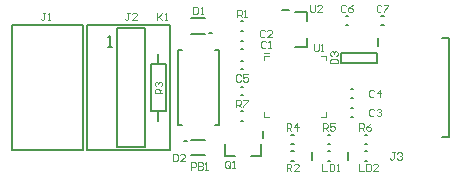
<source format=gto>
G04*
G04 #@! TF.GenerationSoftware,Altium Limited,Altium Designer,24.1.2 (44)*
G04*
G04 Layer_Color=15132400*
%FSLAX25Y25*%
%MOIN*%
G70*
G04*
G04 #@! TF.SameCoordinates,0CAF7D85-E977-4B9D-9D86-D71ED8E1370B*
G04*
G04*
G04 #@! TF.FilePolarity,Positive*
G04*
G01*
G75*
%ADD10C,0.00394*%
%ADD11C,0.00787*%
%ADD12C,0.00591*%
%ADD13C,0.00472*%
D10*
X86221Y40945D02*
X87795D01*
X105118Y40157D02*
X106693D01*
Y38583D02*
Y40157D01*
Y19685D02*
Y21260D01*
X105118Y19685D02*
X106693D01*
X86221D02*
X87795D01*
X86221D02*
Y21260D01*
Y38583D02*
Y40157D01*
X87795D01*
D11*
X119685Y10630D02*
X120473D01*
X119685Y13780D02*
X120473D01*
X107481Y10630D02*
X108268D01*
X107481Y13780D02*
X108268D01*
X95276Y10630D02*
X96063D01*
X95276Y13780D02*
X96063D01*
X95276Y5118D02*
X96063D01*
X95276Y8268D02*
X96063D01*
X78347Y48425D02*
X79134D01*
X78347Y51575D02*
X79134D01*
X113386Y53445D02*
X114173D01*
X113386Y50493D02*
X114173D01*
X78347Y29823D02*
X79134D01*
X78347Y26870D02*
X79134D01*
X78347Y45178D02*
X79134D01*
X78347Y42225D02*
X79134D01*
X78347Y38485D02*
X79134D01*
X78347Y35532D02*
X79134D01*
X25787Y8740D02*
Y50315D01*
X2165Y8740D02*
Y50315D01*
X25787D01*
X2165Y8740D02*
X25787D01*
X46457Y9843D02*
Y49213D01*
X37008Y9843D02*
Y49213D01*
Y9843D02*
X46457D01*
X37008Y49213D02*
X46457D01*
X54724Y8661D02*
Y50394D01*
X27165D02*
X54724D01*
X27165Y8661D02*
X54724D01*
X27165D02*
Y50394D01*
X48425Y21654D02*
X53465D01*
X48425D02*
Y37402D01*
X53465Y21654D02*
Y37402D01*
X48425D02*
X53465D01*
X114961Y22736D02*
X115748D01*
X114961Y19783D02*
X115748D01*
X114961Y29035D02*
X115748D01*
X114961Y26082D02*
X115748D01*
X85630Y12598D02*
Y14961D01*
X85039Y6693D02*
Y10630D01*
X81890Y6693D02*
X85039D01*
X73228D02*
Y10630D01*
Y6693D02*
X76378D01*
X67913Y47835D02*
X68898D01*
X61811Y52558D02*
X66535D01*
X61811Y47440D02*
X66535D01*
X69685Y41929D02*
X71063D01*
Y17126D02*
Y41929D01*
X69685Y17126D02*
X71063D01*
X57284Y41929D02*
X58661D01*
X57284Y17126D02*
X58661D01*
X57284D02*
Y41929D01*
X78346Y21653D02*
X79134D01*
X78346Y18504D02*
X79134D01*
X107481Y8268D02*
X108268D01*
X107481Y5118D02*
X108268D01*
X101969Y5512D02*
Y7874D01*
X100394Y51575D02*
Y54724D01*
X96457D02*
X100394D01*
Y42913D02*
Y46063D01*
X96457Y42913D02*
X100394D01*
X92126Y55315D02*
X94488D01*
X119685Y8268D02*
X120473D01*
X119685Y5118D02*
X120473D01*
X114173Y5512D02*
Y7874D01*
X124213Y43504D02*
Y45866D01*
X123622Y37598D02*
Y41142D01*
X111811Y37598D02*
X123622D01*
X111811Y41142D02*
X123622D01*
X111811Y37598D02*
Y41142D01*
X125197Y53445D02*
X125984D01*
X125197Y50492D02*
X125984D01*
X61811Y12009D02*
X66535D01*
X59449Y11614D02*
X60433D01*
X61811Y6890D02*
X66535D01*
X147638Y12992D02*
Y29528D01*
X145473Y46063D02*
X147638D01*
Y29528D02*
Y46063D01*
X145473Y12992D02*
X147638D01*
X50945Y21654D02*
X50945Y18504D01*
X71063Y17717D02*
Y41339D01*
X50945Y40551D02*
X50945Y37402D01*
D12*
X34055Y42914D02*
X35367D01*
X34711D01*
Y46850D01*
X34055Y46194D01*
D13*
X105591Y4015D02*
Y1654D01*
X107165D01*
X107952Y4015D02*
Y1654D01*
X109133D01*
X109526Y2047D01*
Y3621D01*
X109133Y4015D01*
X107952D01*
X110313Y1654D02*
X111101D01*
X110707D01*
Y4015D01*
X110313Y3621D01*
X117795Y4015D02*
Y1654D01*
X119370D01*
X120157Y4015D02*
Y1654D01*
X121337D01*
X121731Y2047D01*
Y3621D01*
X121337Y4015D01*
X120157D01*
X124092Y1654D02*
X122518D01*
X124092Y3228D01*
Y3621D01*
X123699Y4015D01*
X122912D01*
X122518Y3621D01*
X102756Y44094D02*
Y42126D01*
X103150Y41733D01*
X103937D01*
X104331Y42126D01*
Y44094D01*
X105118Y41733D02*
X105905D01*
X105511D01*
Y44094D01*
X105118Y43701D01*
X125197Y56693D02*
X124803Y57086D01*
X124016D01*
X123623Y56693D01*
Y55118D01*
X124016Y54725D01*
X124803D01*
X125197Y55118D01*
X125984Y57086D02*
X127558D01*
Y56693D01*
X125984Y55118D01*
Y54725D01*
X113386Y56693D02*
X112992Y57086D01*
X112205D01*
X111812Y56693D01*
Y55118D01*
X112205Y54725D01*
X112992D01*
X113386Y55118D01*
X115747Y57086D02*
X114960Y56693D01*
X114173Y55905D01*
Y55118D01*
X114567Y54725D01*
X115354D01*
X115747Y55118D01*
Y55512D01*
X115354Y55905D01*
X114173D01*
X78347Y33464D02*
X77953Y33858D01*
X77166D01*
X76772Y33464D01*
Y31890D01*
X77166Y31496D01*
X77953D01*
X78347Y31890D01*
X80708Y33858D02*
X79134D01*
Y32677D01*
X79921Y33071D01*
X80314D01*
X80708Y32677D01*
Y31890D01*
X80314Y31496D01*
X79527D01*
X79134Y31890D01*
X108268Y37599D02*
X110629D01*
Y38780D01*
X110236Y39173D01*
X108662D01*
X108268Y38780D01*
Y37599D01*
X108662Y39961D02*
X108268Y40354D01*
Y41141D01*
X108662Y41535D01*
X109055D01*
X109449Y41141D01*
Y40748D01*
Y41141D01*
X109842Y41535D01*
X110236D01*
X110629Y41141D01*
Y40354D01*
X110236Y39961D01*
X41339Y54331D02*
X40552D01*
X40945D01*
Y52363D01*
X40552Y51969D01*
X40158D01*
X39764Y52363D01*
X43700Y51969D02*
X42126D01*
X43700Y53544D01*
Y53937D01*
X43307Y54331D01*
X42519D01*
X42126Y53937D01*
X76772Y23032D02*
Y25393D01*
X77953D01*
X78347Y25000D01*
Y24213D01*
X77953Y23819D01*
X76772D01*
X77560D02*
X78347Y23032D01*
X79134Y25393D02*
X80708D01*
Y25000D01*
X79134Y23426D01*
Y23032D01*
X52126Y27560D02*
X49764D01*
Y28740D01*
X50158Y29134D01*
X50945D01*
X51338Y28740D01*
Y27560D01*
Y28347D02*
X52126Y29134D01*
X50158Y29921D02*
X49764Y30315D01*
Y31102D01*
X50158Y31495D01*
X50551D01*
X50945Y31102D01*
Y30708D01*
Y31102D01*
X51338Y31495D01*
X51732D01*
X52126Y31102D01*
Y30315D01*
X51732Y29921D01*
X93701Y15158D02*
Y17519D01*
X94882D01*
X95276Y17126D01*
Y16339D01*
X94882Y15945D01*
X93701D01*
X94489D02*
X95276Y15158D01*
X97244D02*
Y17519D01*
X96063Y16339D01*
X97637D01*
X93701Y1772D02*
Y4134D01*
X94882D01*
X95276Y3740D01*
Y2953D01*
X94882Y2559D01*
X93701D01*
X94489D02*
X95276Y1772D01*
X97637D02*
X96063D01*
X97637Y3346D01*
Y3740D01*
X97244Y4134D01*
X96456D01*
X96063Y3740D01*
X117914Y15158D02*
Y17519D01*
X119095D01*
X119488Y17126D01*
Y16339D01*
X119095Y15945D01*
X117914D01*
X118701D02*
X119488Y15158D01*
X121850Y17519D02*
X121063Y17126D01*
X120275Y16339D01*
Y15551D01*
X120669Y15158D01*
X121456D01*
X121850Y15551D01*
Y15945D01*
X121456Y16339D01*
X120275D01*
X55709Y7283D02*
Y4922D01*
X56890D01*
X57284Y5315D01*
Y6889D01*
X56890Y7283D01*
X55709D01*
X59645Y4922D02*
X58071D01*
X59645Y6496D01*
Y6889D01*
X59251Y7283D01*
X58464D01*
X58071Y6889D01*
X62599Y56496D02*
Y54134D01*
X63780D01*
X64173Y54528D01*
Y56102D01*
X63780Y56496D01*
X62599D01*
X64960Y54134D02*
X65747D01*
X65354D01*
Y56496D01*
X64960Y56102D01*
X61812Y2166D02*
Y4527D01*
X62993D01*
X63386Y4134D01*
Y3347D01*
X62993Y2953D01*
X61812D01*
X64173Y4527D02*
Y2166D01*
X65354D01*
X65748Y2559D01*
Y2953D01*
X65354Y3347D01*
X64173D01*
X65354D01*
X65748Y3740D01*
Y4134D01*
X65354Y4527D01*
X64173D01*
X66535Y2166D02*
X67322D01*
X66928D01*
Y4527D01*
X66535Y4134D01*
X86417Y48228D02*
X86024Y48622D01*
X85237D01*
X84843Y48228D01*
Y46654D01*
X85237Y46260D01*
X86024D01*
X86417Y46654D01*
X88779Y46260D02*
X87205D01*
X88779Y47835D01*
Y48228D01*
X88385Y48622D01*
X87598D01*
X87205Y48228D01*
X129725Y7874D02*
X128937D01*
X129331D01*
Y5906D01*
X128937Y5512D01*
X128544D01*
X128150Y5906D01*
X130512Y7480D02*
X130905Y7874D01*
X131692D01*
X132086Y7480D01*
Y7086D01*
X131692Y6693D01*
X131299D01*
X131692D01*
X132086Y6299D01*
Y5906D01*
X131692Y5512D01*
X130905D01*
X130512Y5906D01*
X101576Y57086D02*
Y55118D01*
X101969Y54725D01*
X102756D01*
X103150Y55118D01*
Y57086D01*
X105511Y54725D02*
X103937D01*
X105511Y56299D01*
Y56693D01*
X105118Y57086D01*
X104331D01*
X103937Y56693D01*
X105709Y15158D02*
Y17519D01*
X106890D01*
X107284Y17126D01*
Y16339D01*
X106890Y15945D01*
X105709D01*
X106497D02*
X107284Y15158D01*
X109645Y17519D02*
X108071D01*
Y16339D01*
X108858Y16732D01*
X109251D01*
X109645Y16339D01*
Y15551D01*
X109251Y15158D01*
X108464D01*
X108071Y15551D01*
X77166Y52953D02*
Y55315D01*
X78347D01*
X78740Y54921D01*
Y54134D01*
X78347Y53740D01*
X77166D01*
X77953D02*
X78740Y52953D01*
X79527D02*
X80314D01*
X79921D01*
Y55315D01*
X79527Y54921D01*
X74803Y3150D02*
Y4724D01*
X74410Y5118D01*
X73622D01*
X73229Y4724D01*
Y3150D01*
X73622Y2756D01*
X74410D01*
X74016Y3543D02*
X74803Y2756D01*
X74410D02*
X74803Y3150D01*
X75590Y2756D02*
X76377D01*
X75984D01*
Y5118D01*
X75590Y4724D01*
X50591Y54330D02*
Y51969D01*
Y52756D01*
X52165Y54330D01*
X50985Y53150D01*
X52165Y51969D01*
X52952D02*
X53740D01*
X53346D01*
Y54330D01*
X52952Y53937D01*
X13189Y54330D02*
X12402D01*
X12795D01*
Y52363D01*
X12402Y51969D01*
X12008D01*
X11615Y52363D01*
X13976Y51969D02*
X14763D01*
X14370D01*
Y54330D01*
X13976Y53937D01*
X122835Y28346D02*
X122441Y28740D01*
X121654D01*
X121260Y28346D01*
Y26772D01*
X121654Y26378D01*
X122441D01*
X122835Y26772D01*
X124803Y26378D02*
Y28740D01*
X123622Y27559D01*
X125196D01*
X122835Y22047D02*
X122441Y22441D01*
X121654D01*
X121260Y22047D01*
Y20473D01*
X121654Y20079D01*
X122441D01*
X122835Y20473D01*
X123622Y22047D02*
X124015Y22441D01*
X124803D01*
X125196Y22047D01*
Y21653D01*
X124803Y21260D01*
X124409D01*
X124803D01*
X125196Y20866D01*
Y20473D01*
X124803Y20079D01*
X124015D01*
X123622Y20473D01*
X86811Y44685D02*
X86417Y45078D01*
X85630D01*
X85237Y44685D01*
Y43110D01*
X85630Y42717D01*
X86417D01*
X86811Y43110D01*
X87598Y42717D02*
X88385D01*
X87992D01*
Y45078D01*
X87598Y44685D01*
M02*

</source>
